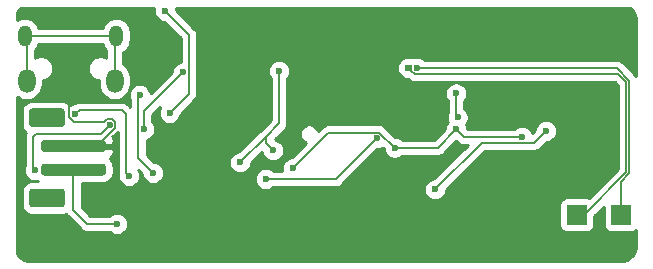
<source format=gbl>
G04 #@! TF.GenerationSoftware,KiCad,Pcbnew,5.1.10-88a1d61d58~90~ubuntu20.04.1*
G04 #@! TF.CreationDate,2022-01-29T20:14:16-05:00*
G04 #@! TF.ProjectId,slg,736c672e-6b69-4636-9164-5f7063625858,v1.0*
G04 #@! TF.SameCoordinates,Original*
G04 #@! TF.FileFunction,Copper,L4,Bot*
G04 #@! TF.FilePolarity,Positive*
%FSLAX46Y46*%
G04 Gerber Fmt 4.6, Leading zero omitted, Abs format (unit mm)*
G04 Created by KiCad (PCBNEW 5.1.10-88a1d61d58~90~ubuntu20.04.1) date 2022-01-29 20:14:16*
%MOMM*%
%LPD*%
G01*
G04 APERTURE LIST*
G04 #@! TA.AperFunction,ComponentPad*
%ADD10R,1.700000X1.700000*%
G04 #@! TD*
G04 #@! TA.AperFunction,ComponentPad*
%ADD11O,1.150000X1.800000*%
G04 #@! TD*
G04 #@! TA.AperFunction,ComponentPad*
%ADD12O,1.450000X2.000000*%
G04 #@! TD*
G04 #@! TA.AperFunction,ViaPad*
%ADD13C,0.600000*%
G04 #@! TD*
G04 #@! TA.AperFunction,Conductor*
%ADD14C,0.127000*%
G04 #@! TD*
G04 #@! TA.AperFunction,Conductor*
%ADD15C,0.254000*%
G04 #@! TD*
G04 #@! TA.AperFunction,Conductor*
%ADD16C,0.152400*%
G04 #@! TD*
G04 APERTURE END LIST*
D10*
X86296500Y-43434000D03*
G04 #@! TA.AperFunction,SMDPad,CuDef*
G36*
G01*
X40180000Y-41208000D02*
X42680000Y-41208000D01*
G75*
G02*
X42930000Y-41458000I0J-250000D01*
G01*
X42930000Y-42558000D01*
G75*
G02*
X42680000Y-42808000I-250000J0D01*
G01*
X40180000Y-42808000D01*
G75*
G02*
X39930000Y-42558000I0J250000D01*
G01*
X39930000Y-41458000D01*
G75*
G02*
X40180000Y-41208000I250000J0D01*
G01*
G37*
G04 #@! TD.AperFunction*
G04 #@! TA.AperFunction,SMDPad,CuDef*
G36*
G01*
X40180000Y-34408000D02*
X42680000Y-34408000D01*
G75*
G02*
X42930000Y-34658000I0J-250000D01*
G01*
X42930000Y-35758000D01*
G75*
G02*
X42680000Y-36008000I-250000J0D01*
G01*
X40180000Y-36008000D01*
G75*
G02*
X39930000Y-35758000I0J250000D01*
G01*
X39930000Y-34658000D01*
G75*
G02*
X40180000Y-34408000I250000J0D01*
G01*
G37*
G04 #@! TD.AperFunction*
G04 #@! TA.AperFunction,SMDPad,CuDef*
G36*
G01*
X41180000Y-39108000D02*
X46180000Y-39108000D01*
G75*
G02*
X46430000Y-39358000I0J-250000D01*
G01*
X46430000Y-39858000D01*
G75*
G02*
X46180000Y-40108000I-250000J0D01*
G01*
X41180000Y-40108000D01*
G75*
G02*
X40930000Y-39858000I0J250000D01*
G01*
X40930000Y-39358000D01*
G75*
G02*
X41180000Y-39108000I250000J0D01*
G01*
G37*
G04 #@! TD.AperFunction*
G04 #@! TA.AperFunction,SMDPad,CuDef*
G36*
G01*
X41180000Y-37108000D02*
X46180000Y-37108000D01*
G75*
G02*
X46430000Y-37358000I0J-250000D01*
G01*
X46430000Y-37858000D01*
G75*
G02*
X46180000Y-38108000I-250000J0D01*
G01*
X41180000Y-38108000D01*
G75*
G02*
X40930000Y-37858000I0J250000D01*
G01*
X40930000Y-37358000D01*
G75*
G02*
X41180000Y-37108000I250000J0D01*
G01*
G37*
G04 #@! TD.AperFunction*
X90043000Y-43434000D03*
D11*
X39559000Y-28276000D03*
X47309000Y-28276000D03*
D12*
X39709000Y-32076000D03*
X47159000Y-32076000D03*
D13*
X42672000Y-29591000D03*
X51816000Y-43307000D03*
X48387000Y-41656000D03*
X78306500Y-39168500D03*
X80518000Y-39370000D03*
X61468000Y-27559000D03*
X65278000Y-33020000D03*
X65151000Y-35560000D03*
X58420000Y-45593000D03*
X58420000Y-41529000D03*
X66294000Y-42418000D03*
X72898000Y-43053000D03*
X84010500Y-34607500D03*
X51816000Y-34798000D03*
X51435000Y-26162000D03*
X49657000Y-36195000D03*
X52959000Y-31369000D03*
X47371000Y-44196000D03*
X62230000Y-39497000D03*
X76073000Y-36195000D03*
X70866000Y-37755058D03*
X57785000Y-38989000D03*
X61087000Y-31242000D03*
X60579000Y-37973000D03*
X81661000Y-36830000D03*
X50419000Y-39878000D03*
X49276000Y-33274000D03*
X83693000Y-36322000D03*
X74295000Y-41275000D03*
X46736000Y-35814000D03*
X40386000Y-39624000D03*
X43815000Y-34925000D03*
X48387000Y-40132000D03*
X59944000Y-40386000D03*
X69342000Y-36957000D03*
X72771000Y-30988000D03*
X72009000Y-30988000D03*
X76073000Y-33147000D03*
X76200000Y-35179000D03*
D14*
X45667942Y-37608000D02*
X43680000Y-37608000D01*
X47226501Y-36049441D02*
X45667942Y-37608000D01*
X47226501Y-35578559D02*
X47226501Y-36049441D01*
X46971441Y-35323499D02*
X47226501Y-35578559D01*
X46500559Y-35323499D02*
X46971441Y-35323499D01*
X46245499Y-35578559D02*
X46500559Y-35323499D01*
X43742617Y-35578559D02*
X46245499Y-35578559D01*
X43324499Y-35160441D02*
X43742617Y-35578559D01*
X43324499Y-30243499D02*
X43324499Y-35160441D01*
X42672000Y-29591000D02*
X43324499Y-30243499D01*
X51816000Y-43307000D02*
X49784000Y-43307000D01*
X49784000Y-42339022D02*
X49100978Y-41656000D01*
X49784000Y-43307000D02*
X49784000Y-42339022D01*
X49100978Y-41656000D02*
X48387000Y-41656000D01*
X80316500Y-39168500D02*
X80518000Y-39370000D01*
X78306500Y-39168500D02*
X80316500Y-39168500D01*
X61468000Y-27559000D02*
X65278000Y-31369000D01*
X65278000Y-31369000D02*
X65278000Y-33020000D01*
X65151000Y-33147000D02*
X65278000Y-33020000D01*
X65151000Y-35560000D02*
X65151000Y-33147000D01*
X58420000Y-45593000D02*
X58420000Y-41529000D01*
X63119000Y-45593000D02*
X58420000Y-45593000D01*
X66294000Y-42418000D02*
X63119000Y-45593000D01*
X66294000Y-42418000D02*
X72263000Y-42418000D01*
X72263000Y-42418000D02*
X72898000Y-43053000D01*
X80518000Y-39370000D02*
X82550000Y-39370000D01*
X82550000Y-39370000D02*
X84836000Y-37084000D01*
X84836000Y-37084000D02*
X84836000Y-35369500D01*
X84074000Y-34607500D02*
X84010500Y-34607500D01*
X84836000Y-35369500D02*
X84074000Y-34607500D01*
X53449501Y-33164499D02*
X53449501Y-28176501D01*
X51816000Y-34798000D02*
X53449501Y-33164499D01*
X53449501Y-28176501D02*
X51435000Y-26162000D01*
X49657000Y-36195000D02*
X49657000Y-34671000D01*
X49657000Y-34671000D02*
X52959000Y-31369000D01*
X43680000Y-39608000D02*
X43680000Y-43045000D01*
X43680000Y-43045000D02*
X44831000Y-44196000D01*
X44831000Y-44196000D02*
X47371000Y-44196000D01*
X69577441Y-36466499D02*
X70866000Y-37755058D01*
X65260501Y-36466499D02*
X69577441Y-36466499D01*
X62230000Y-39497000D02*
X65260501Y-36466499D01*
X70866000Y-37755058D02*
X74512942Y-37755058D01*
X74512942Y-37755058D02*
X76073000Y-36195000D01*
X61087000Y-35687000D02*
X61087000Y-31242000D01*
X59944000Y-37338000D02*
X59944000Y-36830000D01*
X60579000Y-37973000D02*
X59944000Y-37338000D01*
X59944000Y-36830000D02*
X61087000Y-35687000D01*
X57785000Y-38989000D02*
X59944000Y-36830000D01*
X76708000Y-36830000D02*
X76073000Y-36195000D01*
X81661000Y-36830000D02*
X76708000Y-36830000D01*
X49166499Y-38625499D02*
X49166499Y-33383501D01*
X50419000Y-39878000D02*
X49166499Y-38625499D01*
X49166499Y-33383501D02*
X49276000Y-33274000D01*
X82694499Y-37320501D02*
X78249499Y-37320501D01*
X83693000Y-36322000D02*
X82694499Y-37320501D01*
X78249499Y-37320501D02*
X74295000Y-41275000D01*
X39709000Y-28426000D02*
X39559000Y-28276000D01*
X39709000Y-32076000D02*
X39709000Y-28426000D01*
X47159000Y-28426000D02*
X47309000Y-28276000D01*
X47159000Y-32076000D02*
X47159000Y-28426000D01*
X39559000Y-28276000D02*
X47309000Y-28276000D01*
X40259000Y-36830000D02*
X40513000Y-36576000D01*
X40513000Y-36576000D02*
X45974000Y-36576000D01*
X45974000Y-36576000D02*
X46736000Y-35814000D01*
X40386000Y-39624000D02*
X40259000Y-39497000D01*
X40259000Y-39497000D02*
X40259000Y-39243000D01*
X40259000Y-39243000D02*
X40259000Y-36830000D01*
X40259000Y-39370000D02*
X40259000Y-39243000D01*
X43815000Y-34925000D02*
X44196000Y-34544000D01*
X44196000Y-34544000D02*
X47752000Y-34544000D01*
X47752000Y-34544000D02*
X48133000Y-34925000D01*
X48133000Y-34925000D02*
X48133000Y-39878000D01*
X48133000Y-39878000D02*
X48387000Y-40132000D01*
X59944000Y-40386000D02*
X65913000Y-40386000D01*
X65913000Y-40386000D02*
X69342000Y-36957000D01*
X72771000Y-31024058D02*
X72771000Y-30988000D01*
X72771000Y-30988000D02*
X89662000Y-30988000D01*
X90741510Y-39919714D02*
X90741510Y-32067510D01*
X90043000Y-40618224D02*
X90741510Y-39919714D01*
X90741510Y-32067510D02*
X89662000Y-30988000D01*
X90043000Y-43434000D02*
X90043000Y-40618224D01*
X72553058Y-31496000D02*
X89789000Y-31496000D01*
X72280499Y-31223441D02*
X72553058Y-31496000D01*
X72280499Y-30716501D02*
X72280499Y-31223441D01*
X72009000Y-30988000D02*
X72280499Y-30716501D01*
X86296500Y-43434000D02*
X86868000Y-43434000D01*
X86868000Y-43434000D02*
X90487500Y-39814500D01*
X90487500Y-32194500D02*
X89789000Y-31496000D01*
X90487500Y-39814500D02*
X90487500Y-32194500D01*
X76073000Y-35052000D02*
X76200000Y-35179000D01*
X76073000Y-33147000D02*
X76073000Y-35052000D01*
D15*
X50500000Y-26069911D02*
X50500000Y-26254089D01*
X50535932Y-26434729D01*
X50606414Y-26604889D01*
X50708738Y-26758028D01*
X50838972Y-26888262D01*
X50992111Y-26990586D01*
X51162271Y-27061068D01*
X51342911Y-27097000D01*
X51382173Y-27097000D01*
X52751002Y-28465830D01*
X52751002Y-30457056D01*
X52686271Y-30469932D01*
X52516111Y-30540414D01*
X52362972Y-30642738D01*
X52232738Y-30772972D01*
X52130414Y-30926111D01*
X52059932Y-31096271D01*
X52024000Y-31276911D01*
X52024000Y-31316171D01*
X50202250Y-33137922D01*
X50175068Y-33001271D01*
X50104586Y-32831111D01*
X50002262Y-32677972D01*
X49872028Y-32547738D01*
X49718889Y-32445414D01*
X49548729Y-32374932D01*
X49368089Y-32339000D01*
X49183911Y-32339000D01*
X49003271Y-32374932D01*
X48833111Y-32445414D01*
X48679972Y-32547738D01*
X48549738Y-32677972D01*
X48447414Y-32831111D01*
X48376932Y-33001271D01*
X48341000Y-33181911D01*
X48341000Y-33366089D01*
X48376932Y-33546729D01*
X48447414Y-33716889D01*
X48468000Y-33747698D01*
X48468000Y-34272173D01*
X48270175Y-34074348D01*
X48248303Y-34047697D01*
X48141943Y-33960409D01*
X48020597Y-33895548D01*
X47888930Y-33855607D01*
X47786309Y-33845500D01*
X47786298Y-33845500D01*
X47752000Y-33842122D01*
X47717702Y-33845500D01*
X44230297Y-33845500D01*
X44195999Y-33842122D01*
X44161701Y-33845500D01*
X44161691Y-33845500D01*
X44059070Y-33855607D01*
X43927403Y-33895548D01*
X43806057Y-33960409D01*
X43770001Y-33990000D01*
X43722911Y-33990000D01*
X43542271Y-34025932D01*
X43372111Y-34096414D01*
X43365862Y-34100590D01*
X43307962Y-34030038D01*
X43173386Y-33919595D01*
X43019850Y-33837528D01*
X42853254Y-33786992D01*
X42680000Y-33769928D01*
X40180000Y-33769928D01*
X40006746Y-33786992D01*
X39840150Y-33837528D01*
X39686614Y-33919595D01*
X39552038Y-34030038D01*
X39441595Y-34164614D01*
X39359528Y-34318150D01*
X39308992Y-34484746D01*
X39291928Y-34658000D01*
X39291928Y-35758000D01*
X39308992Y-35931254D01*
X39359528Y-36097850D01*
X39441595Y-36251386D01*
X39552038Y-36385962D01*
X39657890Y-36472832D01*
X39610549Y-36561402D01*
X39597801Y-36603428D01*
X39570608Y-36693070D01*
X39566469Y-36735096D01*
X39557122Y-36830000D01*
X39560501Y-36864308D01*
X39560500Y-39176492D01*
X39557414Y-39181111D01*
X39486932Y-39351271D01*
X39451000Y-39531911D01*
X39451000Y-39716089D01*
X39486932Y-39896729D01*
X39557414Y-40066889D01*
X39659738Y-40220028D01*
X39789972Y-40350262D01*
X39943111Y-40452586D01*
X40113271Y-40523068D01*
X40293911Y-40559000D01*
X40478089Y-40559000D01*
X40609246Y-40532911D01*
X40654351Y-40569928D01*
X40180000Y-40569928D01*
X40006746Y-40586992D01*
X39840150Y-40637528D01*
X39686614Y-40719595D01*
X39552038Y-40830038D01*
X39441595Y-40964614D01*
X39359528Y-41118150D01*
X39308992Y-41284746D01*
X39291928Y-41458000D01*
X39291928Y-42558000D01*
X39308992Y-42731254D01*
X39359528Y-42897850D01*
X39441595Y-43051386D01*
X39552038Y-43185962D01*
X39686614Y-43296405D01*
X39840150Y-43378472D01*
X40006746Y-43429008D01*
X40180000Y-43446072D01*
X42680000Y-43446072D01*
X42853254Y-43429008D01*
X43019850Y-43378472D01*
X43055920Y-43359192D01*
X43096409Y-43434943D01*
X43161826Y-43514653D01*
X43161830Y-43514657D01*
X43183698Y-43541303D01*
X43210344Y-43563171D01*
X44312829Y-44665657D01*
X44334697Y-44692303D01*
X44361343Y-44714171D01*
X44361346Y-44714174D01*
X44441056Y-44779591D01*
X44505917Y-44814260D01*
X44562403Y-44844452D01*
X44694070Y-44884393D01*
X44796691Y-44894500D01*
X44796702Y-44894500D01*
X44831000Y-44897878D01*
X44865298Y-44894500D01*
X46747210Y-44894500D01*
X46774972Y-44922262D01*
X46928111Y-45024586D01*
X47098271Y-45095068D01*
X47278911Y-45131000D01*
X47463089Y-45131000D01*
X47643729Y-45095068D01*
X47813889Y-45024586D01*
X47967028Y-44922262D01*
X48097262Y-44792028D01*
X48199586Y-44638889D01*
X48270068Y-44468729D01*
X48306000Y-44288089D01*
X48306000Y-44103911D01*
X48270068Y-43923271D01*
X48199586Y-43753111D01*
X48097262Y-43599972D01*
X47967028Y-43469738D01*
X47813889Y-43367414D01*
X47643729Y-43296932D01*
X47463089Y-43261000D01*
X47278911Y-43261000D01*
X47098271Y-43296932D01*
X46928111Y-43367414D01*
X46774972Y-43469738D01*
X46747210Y-43497500D01*
X45120328Y-43497500D01*
X44378500Y-42755673D01*
X44378500Y-40746072D01*
X46180000Y-40746072D01*
X46353254Y-40729008D01*
X46519850Y-40678472D01*
X46673386Y-40596405D01*
X46807962Y-40485962D01*
X46918405Y-40351386D01*
X47000472Y-40197850D01*
X47051008Y-40031254D01*
X47068072Y-39858000D01*
X47068072Y-39358000D01*
X47051008Y-39184746D01*
X47000472Y-39018150D01*
X46918405Y-38864614D01*
X46807962Y-38730038D01*
X46731187Y-38667031D01*
X46784494Y-38638537D01*
X46881185Y-38559185D01*
X46960537Y-38462494D01*
X47019502Y-38352180D01*
X47055812Y-38232482D01*
X47068072Y-38108000D01*
X47065000Y-37893750D01*
X46906250Y-37735000D01*
X43807000Y-37735000D01*
X43807000Y-37755000D01*
X43553000Y-37755000D01*
X43553000Y-37735000D01*
X43533000Y-37735000D01*
X43533000Y-37481000D01*
X43553000Y-37481000D01*
X43553000Y-37461000D01*
X43807000Y-37461000D01*
X43807000Y-37481000D01*
X46906250Y-37481000D01*
X47065000Y-37322250D01*
X47068072Y-37108000D01*
X47055812Y-36983518D01*
X47019502Y-36863820D01*
X46960537Y-36753506D01*
X46938771Y-36726984D01*
X47008729Y-36713068D01*
X47178889Y-36642586D01*
X47332028Y-36540262D01*
X47434500Y-36437790D01*
X47434501Y-39843692D01*
X47431122Y-39878000D01*
X47434501Y-39912308D01*
X47434501Y-39912309D01*
X47444608Y-40014930D01*
X47452074Y-40039541D01*
X47452000Y-40039911D01*
X47452000Y-40224089D01*
X47487932Y-40404729D01*
X47558414Y-40574889D01*
X47660738Y-40728028D01*
X47790972Y-40858262D01*
X47944111Y-40960586D01*
X48114271Y-41031068D01*
X48294911Y-41067000D01*
X48479089Y-41067000D01*
X48659729Y-41031068D01*
X48829889Y-40960586D01*
X48983028Y-40858262D01*
X49113262Y-40728028D01*
X49215586Y-40574889D01*
X49286068Y-40404729D01*
X49322000Y-40224089D01*
X49322000Y-40039911D01*
X49286068Y-39859271D01*
X49215586Y-39689111D01*
X49161826Y-39608654D01*
X49484000Y-39930828D01*
X49484000Y-39970089D01*
X49519932Y-40150729D01*
X49590414Y-40320889D01*
X49692738Y-40474028D01*
X49822972Y-40604262D01*
X49976111Y-40706586D01*
X50146271Y-40777068D01*
X50326911Y-40813000D01*
X50511089Y-40813000D01*
X50691729Y-40777068D01*
X50861889Y-40706586D01*
X51015028Y-40604262D01*
X51145262Y-40474028D01*
X51247586Y-40320889D01*
X51258760Y-40293911D01*
X59009000Y-40293911D01*
X59009000Y-40478089D01*
X59044932Y-40658729D01*
X59115414Y-40828889D01*
X59217738Y-40982028D01*
X59347972Y-41112262D01*
X59501111Y-41214586D01*
X59671271Y-41285068D01*
X59851911Y-41321000D01*
X60036089Y-41321000D01*
X60216729Y-41285068D01*
X60386889Y-41214586D01*
X60540028Y-41112262D01*
X60567790Y-41084500D01*
X65878702Y-41084500D01*
X65913000Y-41087878D01*
X65947298Y-41084500D01*
X65947309Y-41084500D01*
X66049930Y-41074393D01*
X66181597Y-41034452D01*
X66302943Y-40969591D01*
X66409303Y-40882303D01*
X66431175Y-40855652D01*
X69394828Y-37892000D01*
X69434089Y-37892000D01*
X69614729Y-37856068D01*
X69784889Y-37785586D01*
X69859109Y-37735994D01*
X69931000Y-37807886D01*
X69931000Y-37847147D01*
X69966932Y-38027787D01*
X70037414Y-38197947D01*
X70139738Y-38351086D01*
X70269972Y-38481320D01*
X70423111Y-38583644D01*
X70593271Y-38654126D01*
X70773911Y-38690058D01*
X70958089Y-38690058D01*
X71138729Y-38654126D01*
X71308889Y-38583644D01*
X71462028Y-38481320D01*
X71489790Y-38453558D01*
X74478644Y-38453558D01*
X74512942Y-38456936D01*
X74547240Y-38453558D01*
X74547251Y-38453558D01*
X74649872Y-38443451D01*
X74781539Y-38403510D01*
X74902885Y-38338649D01*
X75009245Y-38251361D01*
X75031117Y-38224710D01*
X76073000Y-37182828D01*
X76189827Y-37299655D01*
X76211697Y-37326303D01*
X76238343Y-37348171D01*
X76238346Y-37348174D01*
X76267755Y-37372309D01*
X76318057Y-37413591D01*
X76439403Y-37478452D01*
X76571070Y-37518393D01*
X76673691Y-37528500D01*
X76673702Y-37528500D01*
X76708000Y-37531878D01*
X76742298Y-37528500D01*
X77053671Y-37528500D01*
X74242173Y-40340000D01*
X74202911Y-40340000D01*
X74022271Y-40375932D01*
X73852111Y-40446414D01*
X73698972Y-40548738D01*
X73568738Y-40678972D01*
X73466414Y-40832111D01*
X73395932Y-41002271D01*
X73360000Y-41182911D01*
X73360000Y-41367089D01*
X73395932Y-41547729D01*
X73466414Y-41717889D01*
X73568738Y-41871028D01*
X73698972Y-42001262D01*
X73852111Y-42103586D01*
X74022271Y-42174068D01*
X74202911Y-42210000D01*
X74387089Y-42210000D01*
X74567729Y-42174068D01*
X74737889Y-42103586D01*
X74891028Y-42001262D01*
X75021262Y-41871028D01*
X75123586Y-41717889D01*
X75194068Y-41547729D01*
X75230000Y-41367089D01*
X75230000Y-41327827D01*
X78538828Y-38019001D01*
X82660201Y-38019001D01*
X82694499Y-38022379D01*
X82728797Y-38019001D01*
X82728808Y-38019001D01*
X82831429Y-38008894D01*
X82963096Y-37968953D01*
X83084442Y-37904092D01*
X83190802Y-37816804D01*
X83212674Y-37790153D01*
X83745828Y-37257000D01*
X83785089Y-37257000D01*
X83965729Y-37221068D01*
X84135889Y-37150586D01*
X84289028Y-37048262D01*
X84419262Y-36918028D01*
X84521586Y-36764889D01*
X84592068Y-36594729D01*
X84628000Y-36414089D01*
X84628000Y-36229911D01*
X84592068Y-36049271D01*
X84521586Y-35879111D01*
X84419262Y-35725972D01*
X84289028Y-35595738D01*
X84135889Y-35493414D01*
X83965729Y-35422932D01*
X83785089Y-35387000D01*
X83600911Y-35387000D01*
X83420271Y-35422932D01*
X83250111Y-35493414D01*
X83096972Y-35595738D01*
X82966738Y-35725972D01*
X82864414Y-35879111D01*
X82793932Y-36049271D01*
X82758000Y-36229911D01*
X82758000Y-36269172D01*
X82533659Y-36493514D01*
X82489586Y-36387111D01*
X82387262Y-36233972D01*
X82257028Y-36103738D01*
X82103889Y-36001414D01*
X81933729Y-35930932D01*
X81753089Y-35895000D01*
X81568911Y-35895000D01*
X81388271Y-35930932D01*
X81218111Y-36001414D01*
X81064972Y-36103738D01*
X81037210Y-36131500D01*
X77008000Y-36131500D01*
X77008000Y-36102911D01*
X76972068Y-35922271D01*
X76915526Y-35785764D01*
X76926262Y-35775028D01*
X77028586Y-35621889D01*
X77099068Y-35451729D01*
X77135000Y-35271089D01*
X77135000Y-35086911D01*
X77099068Y-34906271D01*
X77028586Y-34736111D01*
X76926262Y-34582972D01*
X76796028Y-34452738D01*
X76771500Y-34436349D01*
X76771500Y-33770790D01*
X76799262Y-33743028D01*
X76901586Y-33589889D01*
X76972068Y-33419729D01*
X77008000Y-33239089D01*
X77008000Y-33054911D01*
X76972068Y-32874271D01*
X76901586Y-32704111D01*
X76799262Y-32550972D01*
X76669028Y-32420738D01*
X76515889Y-32318414D01*
X76345729Y-32247932D01*
X76165089Y-32212000D01*
X75980911Y-32212000D01*
X75800271Y-32247932D01*
X75630111Y-32318414D01*
X75476972Y-32420738D01*
X75346738Y-32550972D01*
X75244414Y-32704111D01*
X75173932Y-32874271D01*
X75138000Y-33054911D01*
X75138000Y-33239089D01*
X75173932Y-33419729D01*
X75244414Y-33589889D01*
X75346738Y-33743028D01*
X75374500Y-33770790D01*
X75374501Y-34731491D01*
X75371414Y-34736111D01*
X75300932Y-34906271D01*
X75265000Y-35086911D01*
X75265000Y-35271089D01*
X75300932Y-35451729D01*
X75357474Y-35588236D01*
X75346738Y-35598972D01*
X75244414Y-35752111D01*
X75173932Y-35922271D01*
X75138000Y-36102911D01*
X75138000Y-36142172D01*
X74223615Y-37056558D01*
X71489790Y-37056558D01*
X71462028Y-37028796D01*
X71308889Y-36926472D01*
X71138729Y-36855990D01*
X70958089Y-36820058D01*
X70918828Y-36820058D01*
X70095616Y-35996847D01*
X70073744Y-35970196D01*
X69967384Y-35882908D01*
X69846038Y-35818047D01*
X69714371Y-35778106D01*
X69611750Y-35767999D01*
X69611739Y-35767999D01*
X69577441Y-35764621D01*
X69543143Y-35767999D01*
X65294799Y-35767999D01*
X65260501Y-35764621D01*
X65226203Y-35767999D01*
X65226192Y-35767999D01*
X65123571Y-35778106D01*
X64991904Y-35818047D01*
X64880676Y-35877500D01*
X64870558Y-35882908D01*
X64790847Y-35948325D01*
X64790844Y-35948328D01*
X64764198Y-35970196D01*
X64742330Y-35996842D01*
X64394175Y-36344997D01*
X64393853Y-36343378D01*
X64333736Y-36198242D01*
X64246459Y-36067623D01*
X64135377Y-35956541D01*
X64004758Y-35869264D01*
X63859622Y-35809147D01*
X63705547Y-35778500D01*
X63548453Y-35778500D01*
X63394378Y-35809147D01*
X63249242Y-35869264D01*
X63118623Y-35956541D01*
X63007541Y-36067623D01*
X62920264Y-36198242D01*
X62860147Y-36343378D01*
X62829500Y-36497453D01*
X62829500Y-36654547D01*
X62860147Y-36808622D01*
X62920264Y-36953758D01*
X63007541Y-37084377D01*
X63118623Y-37195459D01*
X63249242Y-37282736D01*
X63394378Y-37342853D01*
X63395997Y-37343175D01*
X62177173Y-38562000D01*
X62137911Y-38562000D01*
X61957271Y-38597932D01*
X61787111Y-38668414D01*
X61633972Y-38770738D01*
X61503738Y-38900972D01*
X61401414Y-39054111D01*
X61330932Y-39224271D01*
X61295000Y-39404911D01*
X61295000Y-39589089D01*
X61314575Y-39687500D01*
X60567790Y-39687500D01*
X60540028Y-39659738D01*
X60386889Y-39557414D01*
X60216729Y-39486932D01*
X60036089Y-39451000D01*
X59851911Y-39451000D01*
X59671271Y-39486932D01*
X59501111Y-39557414D01*
X59347972Y-39659738D01*
X59217738Y-39789972D01*
X59115414Y-39943111D01*
X59044932Y-40113271D01*
X59009000Y-40293911D01*
X51258760Y-40293911D01*
X51318068Y-40150729D01*
X51354000Y-39970089D01*
X51354000Y-39785911D01*
X51318068Y-39605271D01*
X51247586Y-39435111D01*
X51145262Y-39281972D01*
X51015028Y-39151738D01*
X50861889Y-39049414D01*
X50691729Y-38978932D01*
X50511089Y-38943000D01*
X50471828Y-38943000D01*
X50425739Y-38896911D01*
X56850000Y-38896911D01*
X56850000Y-39081089D01*
X56885932Y-39261729D01*
X56956414Y-39431889D01*
X57058738Y-39585028D01*
X57188972Y-39715262D01*
X57342111Y-39817586D01*
X57512271Y-39888068D01*
X57692911Y-39924000D01*
X57877089Y-39924000D01*
X58057729Y-39888068D01*
X58227889Y-39817586D01*
X58381028Y-39715262D01*
X58511262Y-39585028D01*
X58613586Y-39431889D01*
X58684068Y-39261729D01*
X58720000Y-39081089D01*
X58720000Y-39041827D01*
X59652750Y-38109078D01*
X59679932Y-38245729D01*
X59750414Y-38415889D01*
X59852738Y-38569028D01*
X59982972Y-38699262D01*
X60136111Y-38801586D01*
X60306271Y-38872068D01*
X60486911Y-38908000D01*
X60671089Y-38908000D01*
X60851729Y-38872068D01*
X61021889Y-38801586D01*
X61175028Y-38699262D01*
X61305262Y-38569028D01*
X61407586Y-38415889D01*
X61478068Y-38245729D01*
X61514000Y-38065089D01*
X61514000Y-37880911D01*
X61478068Y-37700271D01*
X61407586Y-37530111D01*
X61305262Y-37376972D01*
X61175028Y-37246738D01*
X61021889Y-37144414D01*
X60851729Y-37073932D01*
X60715078Y-37046750D01*
X61556667Y-36205162D01*
X61583302Y-36183303D01*
X61605162Y-36156667D01*
X61605174Y-36156655D01*
X61670591Y-36076944D01*
X61735451Y-35955599D01*
X61735452Y-35955596D01*
X61775393Y-35823930D01*
X61785500Y-35721309D01*
X61785500Y-35721299D01*
X61788878Y-35687001D01*
X61785500Y-35652703D01*
X61785500Y-31865790D01*
X61813262Y-31838028D01*
X61915586Y-31684889D01*
X61986068Y-31514729D01*
X62022000Y-31334089D01*
X62022000Y-31149911D01*
X61986068Y-30969271D01*
X61915586Y-30799111D01*
X61813262Y-30645972D01*
X61683028Y-30515738D01*
X61529889Y-30413414D01*
X61359729Y-30342932D01*
X61179089Y-30307000D01*
X60994911Y-30307000D01*
X60814271Y-30342932D01*
X60644111Y-30413414D01*
X60490972Y-30515738D01*
X60360738Y-30645972D01*
X60258414Y-30799111D01*
X60187932Y-30969271D01*
X60152000Y-31149911D01*
X60152000Y-31334089D01*
X60187932Y-31514729D01*
X60258414Y-31684889D01*
X60360738Y-31838028D01*
X60388501Y-31865791D01*
X60388500Y-35397671D01*
X59474356Y-36311817D01*
X59474345Y-36311826D01*
X59474333Y-36311838D01*
X59447698Y-36333697D01*
X59425838Y-36360333D01*
X57732173Y-38054000D01*
X57692911Y-38054000D01*
X57512271Y-38089932D01*
X57342111Y-38160414D01*
X57188972Y-38262738D01*
X57058738Y-38392972D01*
X56956414Y-38546111D01*
X56885932Y-38716271D01*
X56850000Y-38896911D01*
X50425739Y-38896911D01*
X49864999Y-38336172D01*
X49864999Y-37106944D01*
X49929729Y-37094068D01*
X50099889Y-37023586D01*
X50253028Y-36921262D01*
X50383262Y-36791028D01*
X50485586Y-36637889D01*
X50556068Y-36467729D01*
X50592000Y-36287089D01*
X50592000Y-36102911D01*
X50556068Y-35922271D01*
X50485586Y-35752111D01*
X50383262Y-35598972D01*
X50355500Y-35571210D01*
X50355500Y-34960327D01*
X51041174Y-34274654D01*
X50987414Y-34355111D01*
X50916932Y-34525271D01*
X50881000Y-34705911D01*
X50881000Y-34890089D01*
X50916932Y-35070729D01*
X50987414Y-35240889D01*
X51089738Y-35394028D01*
X51219972Y-35524262D01*
X51373111Y-35626586D01*
X51543271Y-35697068D01*
X51723911Y-35733000D01*
X51908089Y-35733000D01*
X52088729Y-35697068D01*
X52258889Y-35626586D01*
X52412028Y-35524262D01*
X52542262Y-35394028D01*
X52644586Y-35240889D01*
X52715068Y-35070729D01*
X52751000Y-34890089D01*
X52751000Y-34850828D01*
X53919168Y-33682661D01*
X53945803Y-33660802D01*
X53967663Y-33634166D01*
X53967675Y-33634154D01*
X54033092Y-33554443D01*
X54097952Y-33433098D01*
X54097953Y-33433095D01*
X54137894Y-33301429D01*
X54148001Y-33198808D01*
X54148001Y-33198798D01*
X54151379Y-33164500D01*
X54148001Y-33130202D01*
X54148001Y-28210799D01*
X54151379Y-28176501D01*
X54148001Y-28142203D01*
X54148001Y-28142192D01*
X54137894Y-28039571D01*
X54097953Y-27907904D01*
X54033092Y-27786558D01*
X53973380Y-27713799D01*
X53967675Y-27706847D01*
X53967672Y-27706844D01*
X53945804Y-27680198D01*
X53919158Y-27658330D01*
X52370000Y-26109173D01*
X52370000Y-26069911D01*
X52337793Y-25908000D01*
X90775542Y-25908000D01*
X90946190Y-26047177D01*
X91113244Y-26249111D01*
X91237889Y-26479637D01*
X91315386Y-26729990D01*
X91345951Y-27020790D01*
X91345951Y-31716574D01*
X91325101Y-31677566D01*
X91259684Y-31597856D01*
X91259681Y-31597853D01*
X91237813Y-31571207D01*
X91211167Y-31549339D01*
X90180174Y-30518347D01*
X90158303Y-30491697D01*
X90051943Y-30404409D01*
X89930597Y-30339548D01*
X89798930Y-30299607D01*
X89696309Y-30289500D01*
X89696298Y-30289500D01*
X89662000Y-30286122D01*
X89627702Y-30289500D01*
X73394790Y-30289500D01*
X73367028Y-30261738D01*
X73213889Y-30159414D01*
X73043729Y-30088932D01*
X72863089Y-30053000D01*
X72678911Y-30053000D01*
X72563784Y-30075900D01*
X72549097Y-30068050D01*
X72549095Y-30068049D01*
X72417428Y-30028108D01*
X72280499Y-30014622D01*
X72143569Y-30028108D01*
X72061512Y-30053000D01*
X71916911Y-30053000D01*
X71736271Y-30088932D01*
X71566111Y-30159414D01*
X71412972Y-30261738D01*
X71282738Y-30391972D01*
X71180414Y-30545111D01*
X71109932Y-30715271D01*
X71074000Y-30895911D01*
X71074000Y-31080089D01*
X71109932Y-31260729D01*
X71180414Y-31430889D01*
X71282738Y-31584028D01*
X71412972Y-31714262D01*
X71566111Y-31816586D01*
X71736271Y-31887068D01*
X71916911Y-31923000D01*
X71992231Y-31923000D01*
X72034883Y-31965652D01*
X72056755Y-31992303D01*
X72163115Y-32079591D01*
X72284461Y-32144452D01*
X72416128Y-32184393D01*
X72518749Y-32194500D01*
X72518760Y-32194500D01*
X72553058Y-32197878D01*
X72587356Y-32194500D01*
X89499672Y-32194500D01*
X89789001Y-32483829D01*
X89789000Y-39525172D01*
X87336201Y-41977972D01*
X87270982Y-41958188D01*
X87146500Y-41945928D01*
X85446500Y-41945928D01*
X85322018Y-41958188D01*
X85202320Y-41994498D01*
X85092006Y-42053463D01*
X84995315Y-42132815D01*
X84915963Y-42229506D01*
X84856998Y-42339820D01*
X84820688Y-42459518D01*
X84808428Y-42584000D01*
X84808428Y-44284000D01*
X84820688Y-44408482D01*
X84856998Y-44528180D01*
X84915963Y-44638494D01*
X84995315Y-44735185D01*
X85092006Y-44814537D01*
X85202320Y-44873502D01*
X85322018Y-44909812D01*
X85446500Y-44922072D01*
X87146500Y-44922072D01*
X87270982Y-44909812D01*
X87390680Y-44873502D01*
X87500994Y-44814537D01*
X87597685Y-44735185D01*
X87677037Y-44638494D01*
X87736002Y-44528180D01*
X87772312Y-44408482D01*
X87784572Y-44284000D01*
X87784572Y-43505255D01*
X88554928Y-42734899D01*
X88554928Y-44284000D01*
X88567188Y-44408482D01*
X88603498Y-44528180D01*
X88662463Y-44638494D01*
X88741815Y-44735185D01*
X88838506Y-44814537D01*
X88948820Y-44873502D01*
X89068518Y-44909812D01*
X89193000Y-44922072D01*
X90893000Y-44922072D01*
X91017482Y-44909812D01*
X91137180Y-44873502D01*
X91247494Y-44814537D01*
X91344185Y-44735185D01*
X91345950Y-44733034D01*
X91345950Y-45968015D01*
X91317240Y-46260820D01*
X91241493Y-46511706D01*
X91118458Y-46743101D01*
X90952820Y-46946193D01*
X90750888Y-47113245D01*
X90520363Y-47237889D01*
X90270009Y-47315386D01*
X89979219Y-47345950D01*
X40031985Y-47345950D01*
X39739180Y-47317240D01*
X39488294Y-47241493D01*
X39256899Y-47118458D01*
X39053807Y-46952820D01*
X38903348Y-46770946D01*
X38903348Y-33449173D01*
X38949769Y-33487270D01*
X39186032Y-33613555D01*
X39442393Y-33691322D01*
X39709000Y-33717580D01*
X39975606Y-33691322D01*
X40231967Y-33613555D01*
X40468230Y-33487270D01*
X40675317Y-33317318D01*
X40845270Y-33110231D01*
X40971555Y-32873968D01*
X41049322Y-32617607D01*
X41069000Y-32417809D01*
X41069000Y-32054424D01*
X41235898Y-32021226D01*
X41424256Y-31943205D01*
X41593774Y-31829937D01*
X41737937Y-31685774D01*
X41851205Y-31516256D01*
X41929226Y-31327898D01*
X41969000Y-31127939D01*
X41969000Y-30924061D01*
X41929226Y-30724102D01*
X41851205Y-30535744D01*
X41737937Y-30366226D01*
X41593774Y-30222063D01*
X41424256Y-30108795D01*
X41235898Y-30030774D01*
X41035939Y-29991000D01*
X40832061Y-29991000D01*
X40632102Y-30030774D01*
X40443744Y-30108795D01*
X40407500Y-30133012D01*
X40407500Y-29469963D01*
X40418739Y-29460739D01*
X40569946Y-29276492D01*
X40682303Y-29066287D01*
X40710146Y-28974500D01*
X46157854Y-28974500D01*
X46185697Y-29066286D01*
X46298054Y-29276491D01*
X46449261Y-29460739D01*
X46460501Y-29469963D01*
X46460501Y-30133013D01*
X46424256Y-30108795D01*
X46235898Y-30030774D01*
X46035939Y-29991000D01*
X45832061Y-29991000D01*
X45632102Y-30030774D01*
X45443744Y-30108795D01*
X45274226Y-30222063D01*
X45130063Y-30366226D01*
X45016795Y-30535744D01*
X44938774Y-30724102D01*
X44899000Y-30924061D01*
X44899000Y-31127939D01*
X44938774Y-31327898D01*
X45016795Y-31516256D01*
X45130063Y-31685774D01*
X45274226Y-31829937D01*
X45443744Y-31943205D01*
X45632102Y-32021226D01*
X45799000Y-32054424D01*
X45799000Y-32417808D01*
X45818678Y-32617606D01*
X45896445Y-32873967D01*
X46022730Y-33110230D01*
X46192682Y-33317317D01*
X46399769Y-33487270D01*
X46636032Y-33613555D01*
X46892393Y-33691322D01*
X47159000Y-33717580D01*
X47425606Y-33691322D01*
X47681967Y-33613555D01*
X47918230Y-33487270D01*
X48125317Y-33317318D01*
X48295270Y-33110231D01*
X48421555Y-32873968D01*
X48499322Y-32617607D01*
X48519000Y-32417809D01*
X48519000Y-31734192D01*
X48499322Y-31534394D01*
X48421555Y-31278032D01*
X48295270Y-31041769D01*
X48125318Y-30834682D01*
X47918231Y-30664730D01*
X47857500Y-30632269D01*
X47857500Y-29679824D01*
X47984491Y-29611946D01*
X48168739Y-29460739D01*
X48319946Y-29276492D01*
X48432303Y-29066287D01*
X48501492Y-28838201D01*
X48519000Y-28660437D01*
X48519000Y-27891564D01*
X48501492Y-27713800D01*
X48432303Y-27485713D01*
X48319946Y-27275508D01*
X48168739Y-27091261D01*
X47984492Y-26940054D01*
X47774287Y-26827697D01*
X47546201Y-26758508D01*
X47309000Y-26735146D01*
X47071800Y-26758508D01*
X46843714Y-26827697D01*
X46633509Y-26940054D01*
X46449262Y-27091261D01*
X46298055Y-27275508D01*
X46185697Y-27485713D01*
X46157854Y-27577500D01*
X40710146Y-27577500D01*
X40682303Y-27485713D01*
X40569946Y-27275508D01*
X40418739Y-27091261D01*
X40234492Y-26940054D01*
X40024287Y-26827697D01*
X39796201Y-26758508D01*
X39559000Y-26735146D01*
X39321800Y-26758508D01*
X39093714Y-26827697D01*
X38903348Y-26929450D01*
X38903348Y-26230162D01*
X39047177Y-26053810D01*
X39223431Y-25908000D01*
X50532207Y-25908000D01*
X50500000Y-26069911D01*
G04 #@! TA.AperFunction,Conductor*
D16*
G36*
X50500000Y-26069911D02*
G01*
X50500000Y-26254089D01*
X50535932Y-26434729D01*
X50606414Y-26604889D01*
X50708738Y-26758028D01*
X50838972Y-26888262D01*
X50992111Y-26990586D01*
X51162271Y-27061068D01*
X51342911Y-27097000D01*
X51382173Y-27097000D01*
X52751002Y-28465830D01*
X52751002Y-30457056D01*
X52686271Y-30469932D01*
X52516111Y-30540414D01*
X52362972Y-30642738D01*
X52232738Y-30772972D01*
X52130414Y-30926111D01*
X52059932Y-31096271D01*
X52024000Y-31276911D01*
X52024000Y-31316171D01*
X50202250Y-33137922D01*
X50175068Y-33001271D01*
X50104586Y-32831111D01*
X50002262Y-32677972D01*
X49872028Y-32547738D01*
X49718889Y-32445414D01*
X49548729Y-32374932D01*
X49368089Y-32339000D01*
X49183911Y-32339000D01*
X49003271Y-32374932D01*
X48833111Y-32445414D01*
X48679972Y-32547738D01*
X48549738Y-32677972D01*
X48447414Y-32831111D01*
X48376932Y-33001271D01*
X48341000Y-33181911D01*
X48341000Y-33366089D01*
X48376932Y-33546729D01*
X48447414Y-33716889D01*
X48468000Y-33747698D01*
X48468000Y-34272173D01*
X48270175Y-34074348D01*
X48248303Y-34047697D01*
X48141943Y-33960409D01*
X48020597Y-33895548D01*
X47888930Y-33855607D01*
X47786309Y-33845500D01*
X47786298Y-33845500D01*
X47752000Y-33842122D01*
X47717702Y-33845500D01*
X44230297Y-33845500D01*
X44195999Y-33842122D01*
X44161701Y-33845500D01*
X44161691Y-33845500D01*
X44059070Y-33855607D01*
X43927403Y-33895548D01*
X43806057Y-33960409D01*
X43770001Y-33990000D01*
X43722911Y-33990000D01*
X43542271Y-34025932D01*
X43372111Y-34096414D01*
X43365862Y-34100590D01*
X43307962Y-34030038D01*
X43173386Y-33919595D01*
X43019850Y-33837528D01*
X42853254Y-33786992D01*
X42680000Y-33769928D01*
X40180000Y-33769928D01*
X40006746Y-33786992D01*
X39840150Y-33837528D01*
X39686614Y-33919595D01*
X39552038Y-34030038D01*
X39441595Y-34164614D01*
X39359528Y-34318150D01*
X39308992Y-34484746D01*
X39291928Y-34658000D01*
X39291928Y-35758000D01*
X39308992Y-35931254D01*
X39359528Y-36097850D01*
X39441595Y-36251386D01*
X39552038Y-36385962D01*
X39657890Y-36472832D01*
X39610549Y-36561402D01*
X39597801Y-36603428D01*
X39570608Y-36693070D01*
X39566469Y-36735096D01*
X39557122Y-36830000D01*
X39560501Y-36864308D01*
X39560500Y-39176492D01*
X39557414Y-39181111D01*
X39486932Y-39351271D01*
X39451000Y-39531911D01*
X39451000Y-39716089D01*
X39486932Y-39896729D01*
X39557414Y-40066889D01*
X39659738Y-40220028D01*
X39789972Y-40350262D01*
X39943111Y-40452586D01*
X40113271Y-40523068D01*
X40293911Y-40559000D01*
X40478089Y-40559000D01*
X40609246Y-40532911D01*
X40654351Y-40569928D01*
X40180000Y-40569928D01*
X40006746Y-40586992D01*
X39840150Y-40637528D01*
X39686614Y-40719595D01*
X39552038Y-40830038D01*
X39441595Y-40964614D01*
X39359528Y-41118150D01*
X39308992Y-41284746D01*
X39291928Y-41458000D01*
X39291928Y-42558000D01*
X39308992Y-42731254D01*
X39359528Y-42897850D01*
X39441595Y-43051386D01*
X39552038Y-43185962D01*
X39686614Y-43296405D01*
X39840150Y-43378472D01*
X40006746Y-43429008D01*
X40180000Y-43446072D01*
X42680000Y-43446072D01*
X42853254Y-43429008D01*
X43019850Y-43378472D01*
X43055920Y-43359192D01*
X43096409Y-43434943D01*
X43161826Y-43514653D01*
X43161830Y-43514657D01*
X43183698Y-43541303D01*
X43210344Y-43563171D01*
X44312829Y-44665657D01*
X44334697Y-44692303D01*
X44361343Y-44714171D01*
X44361346Y-44714174D01*
X44441056Y-44779591D01*
X44505917Y-44814260D01*
X44562403Y-44844452D01*
X44694070Y-44884393D01*
X44796691Y-44894500D01*
X44796702Y-44894500D01*
X44831000Y-44897878D01*
X44865298Y-44894500D01*
X46747210Y-44894500D01*
X46774972Y-44922262D01*
X46928111Y-45024586D01*
X47098271Y-45095068D01*
X47278911Y-45131000D01*
X47463089Y-45131000D01*
X47643729Y-45095068D01*
X47813889Y-45024586D01*
X47967028Y-44922262D01*
X48097262Y-44792028D01*
X48199586Y-44638889D01*
X48270068Y-44468729D01*
X48306000Y-44288089D01*
X48306000Y-44103911D01*
X48270068Y-43923271D01*
X48199586Y-43753111D01*
X48097262Y-43599972D01*
X47967028Y-43469738D01*
X47813889Y-43367414D01*
X47643729Y-43296932D01*
X47463089Y-43261000D01*
X47278911Y-43261000D01*
X47098271Y-43296932D01*
X46928111Y-43367414D01*
X46774972Y-43469738D01*
X46747210Y-43497500D01*
X45120328Y-43497500D01*
X44378500Y-42755673D01*
X44378500Y-40746072D01*
X46180000Y-40746072D01*
X46353254Y-40729008D01*
X46519850Y-40678472D01*
X46673386Y-40596405D01*
X46807962Y-40485962D01*
X46918405Y-40351386D01*
X47000472Y-40197850D01*
X47051008Y-40031254D01*
X47068072Y-39858000D01*
X47068072Y-39358000D01*
X47051008Y-39184746D01*
X47000472Y-39018150D01*
X46918405Y-38864614D01*
X46807962Y-38730038D01*
X46731187Y-38667031D01*
X46784494Y-38638537D01*
X46881185Y-38559185D01*
X46960537Y-38462494D01*
X47019502Y-38352180D01*
X47055812Y-38232482D01*
X47068072Y-38108000D01*
X47065000Y-37893750D01*
X46906250Y-37735000D01*
X43807000Y-37735000D01*
X43807000Y-37755000D01*
X43553000Y-37755000D01*
X43553000Y-37735000D01*
X43533000Y-37735000D01*
X43533000Y-37481000D01*
X43553000Y-37481000D01*
X43553000Y-37461000D01*
X43807000Y-37461000D01*
X43807000Y-37481000D01*
X46906250Y-37481000D01*
X47065000Y-37322250D01*
X47068072Y-37108000D01*
X47055812Y-36983518D01*
X47019502Y-36863820D01*
X46960537Y-36753506D01*
X46938771Y-36726984D01*
X47008729Y-36713068D01*
X47178889Y-36642586D01*
X47332028Y-36540262D01*
X47434500Y-36437790D01*
X47434501Y-39843692D01*
X47431122Y-39878000D01*
X47434501Y-39912308D01*
X47434501Y-39912309D01*
X47444608Y-40014930D01*
X47452074Y-40039541D01*
X47452000Y-40039911D01*
X47452000Y-40224089D01*
X47487932Y-40404729D01*
X47558414Y-40574889D01*
X47660738Y-40728028D01*
X47790972Y-40858262D01*
X47944111Y-40960586D01*
X48114271Y-41031068D01*
X48294911Y-41067000D01*
X48479089Y-41067000D01*
X48659729Y-41031068D01*
X48829889Y-40960586D01*
X48983028Y-40858262D01*
X49113262Y-40728028D01*
X49215586Y-40574889D01*
X49286068Y-40404729D01*
X49322000Y-40224089D01*
X49322000Y-40039911D01*
X49286068Y-39859271D01*
X49215586Y-39689111D01*
X49161826Y-39608654D01*
X49484000Y-39930828D01*
X49484000Y-39970089D01*
X49519932Y-40150729D01*
X49590414Y-40320889D01*
X49692738Y-40474028D01*
X49822972Y-40604262D01*
X49976111Y-40706586D01*
X50146271Y-40777068D01*
X50326911Y-40813000D01*
X50511089Y-40813000D01*
X50691729Y-40777068D01*
X50861889Y-40706586D01*
X51015028Y-40604262D01*
X51145262Y-40474028D01*
X51247586Y-40320889D01*
X51258760Y-40293911D01*
X59009000Y-40293911D01*
X59009000Y-40478089D01*
X59044932Y-40658729D01*
X59115414Y-40828889D01*
X59217738Y-40982028D01*
X59347972Y-41112262D01*
X59501111Y-41214586D01*
X59671271Y-41285068D01*
X59851911Y-41321000D01*
X60036089Y-41321000D01*
X60216729Y-41285068D01*
X60386889Y-41214586D01*
X60540028Y-41112262D01*
X60567790Y-41084500D01*
X65878702Y-41084500D01*
X65913000Y-41087878D01*
X65947298Y-41084500D01*
X65947309Y-41084500D01*
X66049930Y-41074393D01*
X66181597Y-41034452D01*
X66302943Y-40969591D01*
X66409303Y-40882303D01*
X66431175Y-40855652D01*
X69394828Y-37892000D01*
X69434089Y-37892000D01*
X69614729Y-37856068D01*
X69784889Y-37785586D01*
X69859109Y-37735994D01*
X69931000Y-37807886D01*
X69931000Y-37847147D01*
X69966932Y-38027787D01*
X70037414Y-38197947D01*
X70139738Y-38351086D01*
X70269972Y-38481320D01*
X70423111Y-38583644D01*
X70593271Y-38654126D01*
X70773911Y-38690058D01*
X70958089Y-38690058D01*
X71138729Y-38654126D01*
X71308889Y-38583644D01*
X71462028Y-38481320D01*
X71489790Y-38453558D01*
X74478644Y-38453558D01*
X74512942Y-38456936D01*
X74547240Y-38453558D01*
X74547251Y-38453558D01*
X74649872Y-38443451D01*
X74781539Y-38403510D01*
X74902885Y-38338649D01*
X75009245Y-38251361D01*
X75031117Y-38224710D01*
X76073000Y-37182828D01*
X76189827Y-37299655D01*
X76211697Y-37326303D01*
X76238343Y-37348171D01*
X76238346Y-37348174D01*
X76267755Y-37372309D01*
X76318057Y-37413591D01*
X76439403Y-37478452D01*
X76571070Y-37518393D01*
X76673691Y-37528500D01*
X76673702Y-37528500D01*
X76708000Y-37531878D01*
X76742298Y-37528500D01*
X77053671Y-37528500D01*
X74242173Y-40340000D01*
X74202911Y-40340000D01*
X74022271Y-40375932D01*
X73852111Y-40446414D01*
X73698972Y-40548738D01*
X73568738Y-40678972D01*
X73466414Y-40832111D01*
X73395932Y-41002271D01*
X73360000Y-41182911D01*
X73360000Y-41367089D01*
X73395932Y-41547729D01*
X73466414Y-41717889D01*
X73568738Y-41871028D01*
X73698972Y-42001262D01*
X73852111Y-42103586D01*
X74022271Y-42174068D01*
X74202911Y-42210000D01*
X74387089Y-42210000D01*
X74567729Y-42174068D01*
X74737889Y-42103586D01*
X74891028Y-42001262D01*
X75021262Y-41871028D01*
X75123586Y-41717889D01*
X75194068Y-41547729D01*
X75230000Y-41367089D01*
X75230000Y-41327827D01*
X78538828Y-38019001D01*
X82660201Y-38019001D01*
X82694499Y-38022379D01*
X82728797Y-38019001D01*
X82728808Y-38019001D01*
X82831429Y-38008894D01*
X82963096Y-37968953D01*
X83084442Y-37904092D01*
X83190802Y-37816804D01*
X83212674Y-37790153D01*
X83745828Y-37257000D01*
X83785089Y-37257000D01*
X83965729Y-37221068D01*
X84135889Y-37150586D01*
X84289028Y-37048262D01*
X84419262Y-36918028D01*
X84521586Y-36764889D01*
X84592068Y-36594729D01*
X84628000Y-36414089D01*
X84628000Y-36229911D01*
X84592068Y-36049271D01*
X84521586Y-35879111D01*
X84419262Y-35725972D01*
X84289028Y-35595738D01*
X84135889Y-35493414D01*
X83965729Y-35422932D01*
X83785089Y-35387000D01*
X83600911Y-35387000D01*
X83420271Y-35422932D01*
X83250111Y-35493414D01*
X83096972Y-35595738D01*
X82966738Y-35725972D01*
X82864414Y-35879111D01*
X82793932Y-36049271D01*
X82758000Y-36229911D01*
X82758000Y-36269172D01*
X82533659Y-36493514D01*
X82489586Y-36387111D01*
X82387262Y-36233972D01*
X82257028Y-36103738D01*
X82103889Y-36001414D01*
X81933729Y-35930932D01*
X81753089Y-35895000D01*
X81568911Y-35895000D01*
X81388271Y-35930932D01*
X81218111Y-36001414D01*
X81064972Y-36103738D01*
X81037210Y-36131500D01*
X77008000Y-36131500D01*
X77008000Y-36102911D01*
X76972068Y-35922271D01*
X76915526Y-35785764D01*
X76926262Y-35775028D01*
X77028586Y-35621889D01*
X77099068Y-35451729D01*
X77135000Y-35271089D01*
X77135000Y-35086911D01*
X77099068Y-34906271D01*
X77028586Y-34736111D01*
X76926262Y-34582972D01*
X76796028Y-34452738D01*
X76771500Y-34436349D01*
X76771500Y-33770790D01*
X76799262Y-33743028D01*
X76901586Y-33589889D01*
X76972068Y-33419729D01*
X77008000Y-33239089D01*
X77008000Y-33054911D01*
X76972068Y-32874271D01*
X76901586Y-32704111D01*
X76799262Y-32550972D01*
X76669028Y-32420738D01*
X76515889Y-32318414D01*
X76345729Y-32247932D01*
X76165089Y-32212000D01*
X75980911Y-32212000D01*
X75800271Y-32247932D01*
X75630111Y-32318414D01*
X75476972Y-32420738D01*
X75346738Y-32550972D01*
X75244414Y-32704111D01*
X75173932Y-32874271D01*
X75138000Y-33054911D01*
X75138000Y-33239089D01*
X75173932Y-33419729D01*
X75244414Y-33589889D01*
X75346738Y-33743028D01*
X75374500Y-33770790D01*
X75374501Y-34731491D01*
X75371414Y-34736111D01*
X75300932Y-34906271D01*
X75265000Y-35086911D01*
X75265000Y-35271089D01*
X75300932Y-35451729D01*
X75357474Y-35588236D01*
X75346738Y-35598972D01*
X75244414Y-35752111D01*
X75173932Y-35922271D01*
X75138000Y-36102911D01*
X75138000Y-36142172D01*
X74223615Y-37056558D01*
X71489790Y-37056558D01*
X71462028Y-37028796D01*
X71308889Y-36926472D01*
X71138729Y-36855990D01*
X70958089Y-36820058D01*
X70918828Y-36820058D01*
X70095616Y-35996847D01*
X70073744Y-35970196D01*
X69967384Y-35882908D01*
X69846038Y-35818047D01*
X69714371Y-35778106D01*
X69611750Y-35767999D01*
X69611739Y-35767999D01*
X69577441Y-35764621D01*
X69543143Y-35767999D01*
X65294799Y-35767999D01*
X65260501Y-35764621D01*
X65226203Y-35767999D01*
X65226192Y-35767999D01*
X65123571Y-35778106D01*
X64991904Y-35818047D01*
X64880676Y-35877500D01*
X64870558Y-35882908D01*
X64790847Y-35948325D01*
X64790844Y-35948328D01*
X64764198Y-35970196D01*
X64742330Y-35996842D01*
X64394175Y-36344997D01*
X64393853Y-36343378D01*
X64333736Y-36198242D01*
X64246459Y-36067623D01*
X64135377Y-35956541D01*
X64004758Y-35869264D01*
X63859622Y-35809147D01*
X63705547Y-35778500D01*
X63548453Y-35778500D01*
X63394378Y-35809147D01*
X63249242Y-35869264D01*
X63118623Y-35956541D01*
X63007541Y-36067623D01*
X62920264Y-36198242D01*
X62860147Y-36343378D01*
X62829500Y-36497453D01*
X62829500Y-36654547D01*
X62860147Y-36808622D01*
X62920264Y-36953758D01*
X63007541Y-37084377D01*
X63118623Y-37195459D01*
X63249242Y-37282736D01*
X63394378Y-37342853D01*
X63395997Y-37343175D01*
X62177173Y-38562000D01*
X62137911Y-38562000D01*
X61957271Y-38597932D01*
X61787111Y-38668414D01*
X61633972Y-38770738D01*
X61503738Y-38900972D01*
X61401414Y-39054111D01*
X61330932Y-39224271D01*
X61295000Y-39404911D01*
X61295000Y-39589089D01*
X61314575Y-39687500D01*
X60567790Y-39687500D01*
X60540028Y-39659738D01*
X60386889Y-39557414D01*
X60216729Y-39486932D01*
X60036089Y-39451000D01*
X59851911Y-39451000D01*
X59671271Y-39486932D01*
X59501111Y-39557414D01*
X59347972Y-39659738D01*
X59217738Y-39789972D01*
X59115414Y-39943111D01*
X59044932Y-40113271D01*
X59009000Y-40293911D01*
X51258760Y-40293911D01*
X51318068Y-40150729D01*
X51354000Y-39970089D01*
X51354000Y-39785911D01*
X51318068Y-39605271D01*
X51247586Y-39435111D01*
X51145262Y-39281972D01*
X51015028Y-39151738D01*
X50861889Y-39049414D01*
X50691729Y-38978932D01*
X50511089Y-38943000D01*
X50471828Y-38943000D01*
X50425739Y-38896911D01*
X56850000Y-38896911D01*
X56850000Y-39081089D01*
X56885932Y-39261729D01*
X56956414Y-39431889D01*
X57058738Y-39585028D01*
X57188972Y-39715262D01*
X57342111Y-39817586D01*
X57512271Y-39888068D01*
X57692911Y-39924000D01*
X57877089Y-39924000D01*
X58057729Y-39888068D01*
X58227889Y-39817586D01*
X58381028Y-39715262D01*
X58511262Y-39585028D01*
X58613586Y-39431889D01*
X58684068Y-39261729D01*
X58720000Y-39081089D01*
X58720000Y-39041827D01*
X59652750Y-38109078D01*
X59679932Y-38245729D01*
X59750414Y-38415889D01*
X59852738Y-38569028D01*
X59982972Y-38699262D01*
X60136111Y-38801586D01*
X60306271Y-38872068D01*
X60486911Y-38908000D01*
X60671089Y-38908000D01*
X60851729Y-38872068D01*
X61021889Y-38801586D01*
X61175028Y-38699262D01*
X61305262Y-38569028D01*
X61407586Y-38415889D01*
X61478068Y-38245729D01*
X61514000Y-38065089D01*
X61514000Y-37880911D01*
X61478068Y-37700271D01*
X61407586Y-37530111D01*
X61305262Y-37376972D01*
X61175028Y-37246738D01*
X61021889Y-37144414D01*
X60851729Y-37073932D01*
X60715078Y-37046750D01*
X61556667Y-36205162D01*
X61583302Y-36183303D01*
X61605162Y-36156667D01*
X61605174Y-36156655D01*
X61670591Y-36076944D01*
X61735451Y-35955599D01*
X61735452Y-35955596D01*
X61775393Y-35823930D01*
X61785500Y-35721309D01*
X61785500Y-35721299D01*
X61788878Y-35687001D01*
X61785500Y-35652703D01*
X61785500Y-31865790D01*
X61813262Y-31838028D01*
X61915586Y-31684889D01*
X61986068Y-31514729D01*
X62022000Y-31334089D01*
X62022000Y-31149911D01*
X61986068Y-30969271D01*
X61915586Y-30799111D01*
X61813262Y-30645972D01*
X61683028Y-30515738D01*
X61529889Y-30413414D01*
X61359729Y-30342932D01*
X61179089Y-30307000D01*
X60994911Y-30307000D01*
X60814271Y-30342932D01*
X60644111Y-30413414D01*
X60490972Y-30515738D01*
X60360738Y-30645972D01*
X60258414Y-30799111D01*
X60187932Y-30969271D01*
X60152000Y-31149911D01*
X60152000Y-31334089D01*
X60187932Y-31514729D01*
X60258414Y-31684889D01*
X60360738Y-31838028D01*
X60388501Y-31865791D01*
X60388500Y-35397671D01*
X59474356Y-36311817D01*
X59474345Y-36311826D01*
X59474333Y-36311838D01*
X59447698Y-36333697D01*
X59425838Y-36360333D01*
X57732173Y-38054000D01*
X57692911Y-38054000D01*
X57512271Y-38089932D01*
X57342111Y-38160414D01*
X57188972Y-38262738D01*
X57058738Y-38392972D01*
X56956414Y-38546111D01*
X56885932Y-38716271D01*
X56850000Y-38896911D01*
X50425739Y-38896911D01*
X49864999Y-38336172D01*
X49864999Y-37106944D01*
X49929729Y-37094068D01*
X50099889Y-37023586D01*
X50253028Y-36921262D01*
X50383262Y-36791028D01*
X50485586Y-36637889D01*
X50556068Y-36467729D01*
X50592000Y-36287089D01*
X50592000Y-36102911D01*
X50556068Y-35922271D01*
X50485586Y-35752111D01*
X50383262Y-35598972D01*
X50355500Y-35571210D01*
X50355500Y-34960327D01*
X51041174Y-34274654D01*
X50987414Y-34355111D01*
X50916932Y-34525271D01*
X50881000Y-34705911D01*
X50881000Y-34890089D01*
X50916932Y-35070729D01*
X50987414Y-35240889D01*
X51089738Y-35394028D01*
X51219972Y-35524262D01*
X51373111Y-35626586D01*
X51543271Y-35697068D01*
X51723911Y-35733000D01*
X51908089Y-35733000D01*
X52088729Y-35697068D01*
X52258889Y-35626586D01*
X52412028Y-35524262D01*
X52542262Y-35394028D01*
X52644586Y-35240889D01*
X52715068Y-35070729D01*
X52751000Y-34890089D01*
X52751000Y-34850828D01*
X53919168Y-33682661D01*
X53945803Y-33660802D01*
X53967663Y-33634166D01*
X53967675Y-33634154D01*
X54033092Y-33554443D01*
X54097952Y-33433098D01*
X54097953Y-33433095D01*
X54137894Y-33301429D01*
X54148001Y-33198808D01*
X54148001Y-33198798D01*
X54151379Y-33164500D01*
X54148001Y-33130202D01*
X54148001Y-28210799D01*
X54151379Y-28176501D01*
X54148001Y-28142203D01*
X54148001Y-28142192D01*
X54137894Y-28039571D01*
X54097953Y-27907904D01*
X54033092Y-27786558D01*
X53973380Y-27713799D01*
X53967675Y-27706847D01*
X53967672Y-27706844D01*
X53945804Y-27680198D01*
X53919158Y-27658330D01*
X52370000Y-26109173D01*
X52370000Y-26069911D01*
X52337793Y-25908000D01*
X90775542Y-25908000D01*
X90946190Y-26047177D01*
X91113244Y-26249111D01*
X91237889Y-26479637D01*
X91315386Y-26729990D01*
X91345951Y-27020790D01*
X91345951Y-31716574D01*
X91325101Y-31677566D01*
X91259684Y-31597856D01*
X91259681Y-31597853D01*
X91237813Y-31571207D01*
X91211167Y-31549339D01*
X90180174Y-30518347D01*
X90158303Y-30491697D01*
X90051943Y-30404409D01*
X89930597Y-30339548D01*
X89798930Y-30299607D01*
X89696309Y-30289500D01*
X89696298Y-30289500D01*
X89662000Y-30286122D01*
X89627702Y-30289500D01*
X73394790Y-30289500D01*
X73367028Y-30261738D01*
X73213889Y-30159414D01*
X73043729Y-30088932D01*
X72863089Y-30053000D01*
X72678911Y-30053000D01*
X72563784Y-30075900D01*
X72549097Y-30068050D01*
X72549095Y-30068049D01*
X72417428Y-30028108D01*
X72280499Y-30014622D01*
X72143569Y-30028108D01*
X72061512Y-30053000D01*
X71916911Y-30053000D01*
X71736271Y-30088932D01*
X71566111Y-30159414D01*
X71412972Y-30261738D01*
X71282738Y-30391972D01*
X71180414Y-30545111D01*
X71109932Y-30715271D01*
X71074000Y-30895911D01*
X71074000Y-31080089D01*
X71109932Y-31260729D01*
X71180414Y-31430889D01*
X71282738Y-31584028D01*
X71412972Y-31714262D01*
X71566111Y-31816586D01*
X71736271Y-31887068D01*
X71916911Y-31923000D01*
X71992231Y-31923000D01*
X72034883Y-31965652D01*
X72056755Y-31992303D01*
X72163115Y-32079591D01*
X72284461Y-32144452D01*
X72416128Y-32184393D01*
X72518749Y-32194500D01*
X72518760Y-32194500D01*
X72553058Y-32197878D01*
X72587356Y-32194500D01*
X89499672Y-32194500D01*
X89789001Y-32483829D01*
X89789000Y-39525172D01*
X87336201Y-41977972D01*
X87270982Y-41958188D01*
X87146500Y-41945928D01*
X85446500Y-41945928D01*
X85322018Y-41958188D01*
X85202320Y-41994498D01*
X85092006Y-42053463D01*
X84995315Y-42132815D01*
X84915963Y-42229506D01*
X84856998Y-42339820D01*
X84820688Y-42459518D01*
X84808428Y-42584000D01*
X84808428Y-44284000D01*
X84820688Y-44408482D01*
X84856998Y-44528180D01*
X84915963Y-44638494D01*
X84995315Y-44735185D01*
X85092006Y-44814537D01*
X85202320Y-44873502D01*
X85322018Y-44909812D01*
X85446500Y-44922072D01*
X87146500Y-44922072D01*
X87270982Y-44909812D01*
X87390680Y-44873502D01*
X87500994Y-44814537D01*
X87597685Y-44735185D01*
X87677037Y-44638494D01*
X87736002Y-44528180D01*
X87772312Y-44408482D01*
X87784572Y-44284000D01*
X87784572Y-43505255D01*
X88554928Y-42734899D01*
X88554928Y-44284000D01*
X88567188Y-44408482D01*
X88603498Y-44528180D01*
X88662463Y-44638494D01*
X88741815Y-44735185D01*
X88838506Y-44814537D01*
X88948820Y-44873502D01*
X89068518Y-44909812D01*
X89193000Y-44922072D01*
X90893000Y-44922072D01*
X91017482Y-44909812D01*
X91137180Y-44873502D01*
X91247494Y-44814537D01*
X91344185Y-44735185D01*
X91345950Y-44733034D01*
X91345950Y-45968015D01*
X91317240Y-46260820D01*
X91241493Y-46511706D01*
X91118458Y-46743101D01*
X90952820Y-46946193D01*
X90750888Y-47113245D01*
X90520363Y-47237889D01*
X90270009Y-47315386D01*
X89979219Y-47345950D01*
X40031985Y-47345950D01*
X39739180Y-47317240D01*
X39488294Y-47241493D01*
X39256899Y-47118458D01*
X39053807Y-46952820D01*
X38903348Y-46770946D01*
X38903348Y-33449173D01*
X38949769Y-33487270D01*
X39186032Y-33613555D01*
X39442393Y-33691322D01*
X39709000Y-33717580D01*
X39975606Y-33691322D01*
X40231967Y-33613555D01*
X40468230Y-33487270D01*
X40675317Y-33317318D01*
X40845270Y-33110231D01*
X40971555Y-32873968D01*
X41049322Y-32617607D01*
X41069000Y-32417809D01*
X41069000Y-32054424D01*
X41235898Y-32021226D01*
X41424256Y-31943205D01*
X41593774Y-31829937D01*
X41737937Y-31685774D01*
X41851205Y-31516256D01*
X41929226Y-31327898D01*
X41969000Y-31127939D01*
X41969000Y-30924061D01*
X41929226Y-30724102D01*
X41851205Y-30535744D01*
X41737937Y-30366226D01*
X41593774Y-30222063D01*
X41424256Y-30108795D01*
X41235898Y-30030774D01*
X41035939Y-29991000D01*
X40832061Y-29991000D01*
X40632102Y-30030774D01*
X40443744Y-30108795D01*
X40407500Y-30133012D01*
X40407500Y-29469963D01*
X40418739Y-29460739D01*
X40569946Y-29276492D01*
X40682303Y-29066287D01*
X40710146Y-28974500D01*
X46157854Y-28974500D01*
X46185697Y-29066286D01*
X46298054Y-29276491D01*
X46449261Y-29460739D01*
X46460501Y-29469963D01*
X46460501Y-30133013D01*
X46424256Y-30108795D01*
X46235898Y-30030774D01*
X46035939Y-29991000D01*
X45832061Y-29991000D01*
X45632102Y-30030774D01*
X45443744Y-30108795D01*
X45274226Y-30222063D01*
X45130063Y-30366226D01*
X45016795Y-30535744D01*
X44938774Y-30724102D01*
X44899000Y-30924061D01*
X44899000Y-31127939D01*
X44938774Y-31327898D01*
X45016795Y-31516256D01*
X45130063Y-31685774D01*
X45274226Y-31829937D01*
X45443744Y-31943205D01*
X45632102Y-32021226D01*
X45799000Y-32054424D01*
X45799000Y-32417808D01*
X45818678Y-32617606D01*
X45896445Y-32873967D01*
X46022730Y-33110230D01*
X46192682Y-33317317D01*
X46399769Y-33487270D01*
X46636032Y-33613555D01*
X46892393Y-33691322D01*
X47159000Y-33717580D01*
X47425606Y-33691322D01*
X47681967Y-33613555D01*
X47918230Y-33487270D01*
X48125317Y-33317318D01*
X48295270Y-33110231D01*
X48421555Y-32873968D01*
X48499322Y-32617607D01*
X48519000Y-32417809D01*
X48519000Y-31734192D01*
X48499322Y-31534394D01*
X48421555Y-31278032D01*
X48295270Y-31041769D01*
X48125318Y-30834682D01*
X47918231Y-30664730D01*
X47857500Y-30632269D01*
X47857500Y-29679824D01*
X47984491Y-29611946D01*
X48168739Y-29460739D01*
X48319946Y-29276492D01*
X48432303Y-29066287D01*
X48501492Y-28838201D01*
X48519000Y-28660437D01*
X48519000Y-27891564D01*
X48501492Y-27713800D01*
X48432303Y-27485713D01*
X48319946Y-27275508D01*
X48168739Y-27091261D01*
X47984492Y-26940054D01*
X47774287Y-26827697D01*
X47546201Y-26758508D01*
X47309000Y-26735146D01*
X47071800Y-26758508D01*
X46843714Y-26827697D01*
X46633509Y-26940054D01*
X46449262Y-27091261D01*
X46298055Y-27275508D01*
X46185697Y-27485713D01*
X46157854Y-27577500D01*
X40710146Y-27577500D01*
X40682303Y-27485713D01*
X40569946Y-27275508D01*
X40418739Y-27091261D01*
X40234492Y-26940054D01*
X40024287Y-26827697D01*
X39796201Y-26758508D01*
X39559000Y-26735146D01*
X39321800Y-26758508D01*
X39093714Y-26827697D01*
X38903348Y-26929450D01*
X38903348Y-26230162D01*
X39047177Y-26053810D01*
X39223431Y-25908000D01*
X50532207Y-25908000D01*
X50500000Y-26069911D01*
G37*
G04 #@! TD.AperFunction*
M02*

</source>
